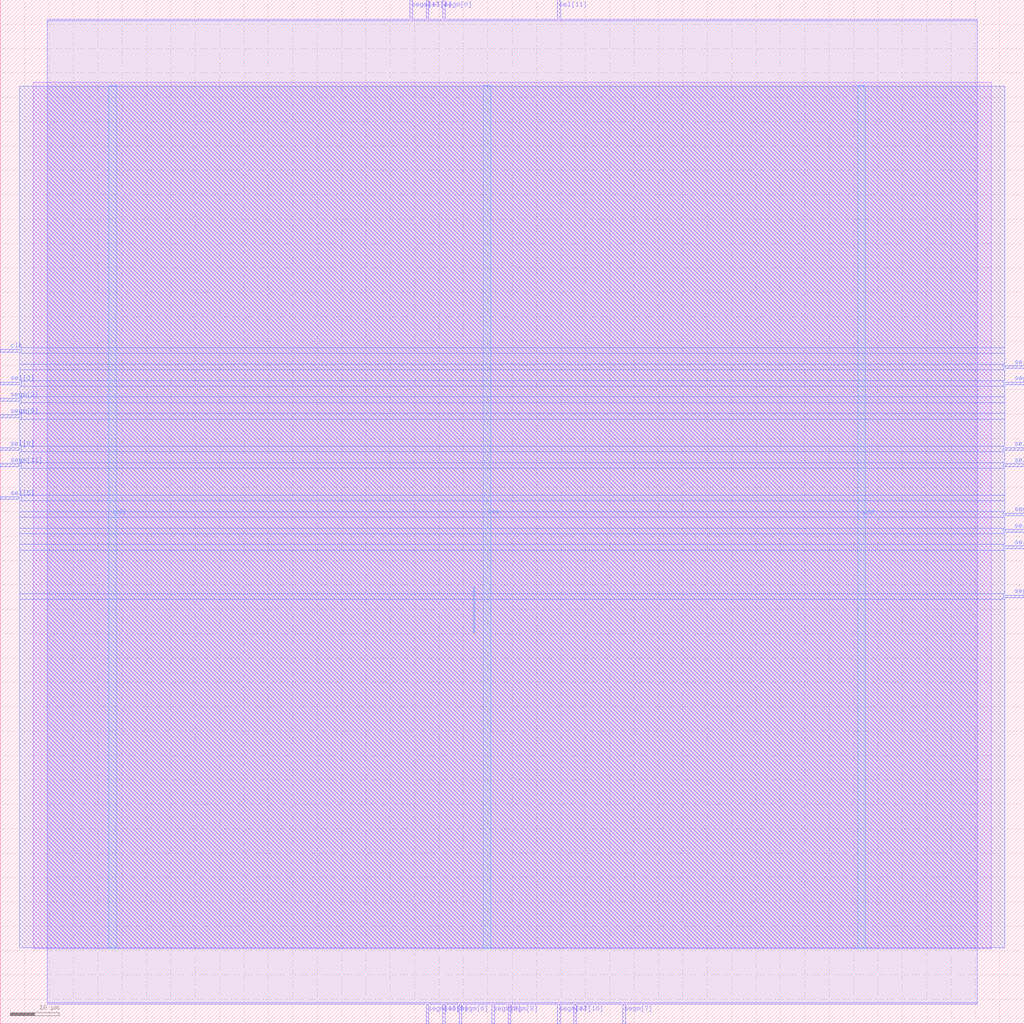
<source format=lef>
VERSION 5.7 ;
  NOWIREEXTENSIONATPIN ON ;
  DIVIDERCHAR "/" ;
  BUSBITCHARS "[]" ;
MACRO ita55
  CLASS BLOCK ;
  FOREIGN ita55 ;
  ORIGIN 0.000 0.000 ;
  SIZE 210.000 BY 210.000 ;
  PIN clk
    DIRECTION INPUT ;
    USE SIGNAL ;
    ANTENNAGATEAREA 4.738000 ;
    ANTENNADIFFAREA 0.410400 ;
    PORT
      LAYER Metal3 ;
        RECT 0.000 137.760 4.000 138.320 ;
    END
  END clk
  PIN segm[0]
    DIRECTION OUTPUT TRISTATE ;
    USE SIGNAL ;
    ANTENNADIFFAREA 0.360800 ;
    PORT
      LAYER Metal2 ;
        RECT 90.720 206.000 91.280 210.000 ;
    END
  END segm[0]
  PIN segm[10]
    DIRECTION OUTPUT TRISTATE ;
    USE SIGNAL ;
    ANTENNADIFFAREA 4.731200 ;
    PORT
      LAYER Metal2 ;
        RECT 87.360 0.000 87.920 4.000 ;
    END
  END segm[10]
  PIN segm[11]
    DIRECTION OUTPUT TRISTATE ;
    USE SIGNAL ;
    ANTENNADIFFAREA 4.731200 ;
    PORT
      LAYER Metal3 ;
        RECT 0.000 114.240 4.000 114.800 ;
    END
  END segm[11]
  PIN segm[12]
    DIRECTION OUTPUT TRISTATE ;
    USE SIGNAL ;
    ANTENNADIFFAREA 4.731200 ;
    PORT
      LAYER Metal2 ;
        RECT 114.240 0.000 114.800 4.000 ;
    END
  END segm[12]
  PIN segm[13]
    DIRECTION OUTPUT TRISTATE ;
    USE SIGNAL ;
    ANTENNADIFFAREA 4.731200 ;
    PORT
      LAYER Metal2 ;
        RECT 84.000 206.000 84.560 210.000 ;
    END
  END segm[13]
  PIN segm[1]
    DIRECTION OUTPUT TRISTATE ;
    USE SIGNAL ;
    ANTENNADIFFAREA 4.731200 ;
    PORT
      LAYER Metal3 ;
        RECT 206.000 104.160 210.000 104.720 ;
    END
  END segm[1]
  PIN segm[2]
    DIRECTION OUTPUT TRISTATE ;
    USE SIGNAL ;
    ANTENNADIFFAREA 4.731200 ;
    PORT
      LAYER Metal3 ;
        RECT 206.000 131.040 210.000 131.600 ;
    END
  END segm[2]
  PIN segm[3]
    DIRECTION OUTPUT TRISTATE ;
    USE SIGNAL ;
    ANTENNADIFFAREA 4.731200 ;
    PORT
      LAYER Metal3 ;
        RECT 0.000 127.680 4.000 128.240 ;
    END
  END segm[3]
  PIN segm[4]
    DIRECTION OUTPUT TRISTATE ;
    USE SIGNAL ;
    ANTENNADIFFAREA 4.731200 ;
    PORT
      LAYER Metal3 ;
        RECT 206.000 87.360 210.000 87.920 ;
    END
  END segm[4]
  PIN segm[5]
    DIRECTION OUTPUT TRISTATE ;
    USE SIGNAL ;
    ANTENNADIFFAREA 4.731200 ;
    PORT
      LAYER Metal3 ;
        RECT 0.000 124.320 4.000 124.880 ;
    END
  END segm[5]
  PIN segm[6]
    DIRECTION OUTPUT TRISTATE ;
    USE SIGNAL ;
    ANTENNADIFFAREA 4.731200 ;
    PORT
      LAYER Metal2 ;
        RECT 94.080 0.000 94.640 4.000 ;
    END
  END segm[6]
  PIN segm[7]
    DIRECTION OUTPUT TRISTATE ;
    USE SIGNAL ;
    ANTENNADIFFAREA 4.731200 ;
    PORT
      LAYER Metal2 ;
        RECT 127.680 0.000 128.240 4.000 ;
    END
  END segm[7]
  PIN segm[8]
    DIRECTION OUTPUT TRISTATE ;
    USE SIGNAL ;
    ANTENNADIFFAREA 4.731200 ;
    PORT
      LAYER Metal2 ;
        RECT 104.160 0.000 104.720 4.000 ;
    END
  END segm[8]
  PIN segm[9]
    DIRECTION OUTPUT TRISTATE ;
    USE SIGNAL ;
    ANTENNADIFFAREA 4.731200 ;
    PORT
      LAYER Metal2 ;
        RECT 100.800 0.000 101.360 4.000 ;
    END
  END segm[9]
  PIN sel[0]
    DIRECTION OUTPUT TRISTATE ;
    USE SIGNAL ;
    ANTENNADIFFAREA 4.731200 ;
    PORT
      LAYER Metal3 ;
        RECT 0.000 117.600 4.000 118.160 ;
    END
  END sel[0]
  PIN sel[10]
    DIRECTION OUTPUT TRISTATE ;
    USE SIGNAL ;
    ANTENNADIFFAREA 4.731200 ;
    PORT
      LAYER Metal2 ;
        RECT 117.600 0.000 118.160 4.000 ;
    END
  END sel[10]
  PIN sel[11]
    DIRECTION OUTPUT TRISTATE ;
    USE SIGNAL ;
    ANTENNADIFFAREA 4.731200 ;
    PORT
      LAYER Metal2 ;
        RECT 114.240 206.000 114.800 210.000 ;
    END
  END sel[11]
  PIN sel[1]
    DIRECTION OUTPUT TRISTATE ;
    USE SIGNAL ;
    ANTENNADIFFAREA 4.731200 ;
    PORT
      LAYER Metal3 ;
        RECT 206.000 114.240 210.000 114.800 ;
    END
  END sel[1]
  PIN sel[2]
    DIRECTION OUTPUT TRISTATE ;
    USE SIGNAL ;
    ANTENNADIFFAREA 4.731200 ;
    PORT
      LAYER Metal3 ;
        RECT 206.000 97.440 210.000 98.000 ;
    END
  END sel[2]
  PIN sel[3]
    DIRECTION OUTPUT TRISTATE ;
    USE SIGNAL ;
    ANTENNADIFFAREA 4.731200 ;
    PORT
      LAYER Metal3 ;
        RECT 0.000 131.040 4.000 131.600 ;
    END
  END sel[3]
  PIN sel[4]
    DIRECTION OUTPUT TRISTATE ;
    USE SIGNAL ;
    ANTENNADIFFAREA 4.731200 ;
    PORT
      LAYER Metal2 ;
        RECT 87.360 206.000 87.920 210.000 ;
    END
  END sel[4]
  PIN sel[5]
    DIRECTION OUTPUT TRISTATE ;
    USE SIGNAL ;
    ANTENNADIFFAREA 4.731200 ;
    PORT
      LAYER Metal3 ;
        RECT 0.000 107.520 4.000 108.080 ;
    END
  END sel[5]
  PIN sel[6]
    DIRECTION OUTPUT TRISTATE ;
    USE SIGNAL ;
    ANTENNADIFFAREA 4.731200 ;
    PORT
      LAYER Metal3 ;
        RECT 206.000 117.600 210.000 118.160 ;
    END
  END sel[6]
  PIN sel[7]
    DIRECTION OUTPUT TRISTATE ;
    USE SIGNAL ;
    ANTENNADIFFAREA 4.731200 ;
    PORT
      LAYER Metal3 ;
        RECT 206.000 134.400 210.000 134.960 ;
    END
  END sel[7]
  PIN sel[8]
    DIRECTION OUTPUT TRISTATE ;
    USE SIGNAL ;
    ANTENNADIFFAREA 4.731200 ;
    PORT
      LAYER Metal3 ;
        RECT 206.000 100.800 210.000 101.360 ;
    END
  END sel[8]
  PIN sel[9]
    DIRECTION OUTPUT TRISTATE ;
    USE SIGNAL ;
    ANTENNADIFFAREA 4.731200 ;
    PORT
      LAYER Metal2 ;
        RECT 90.720 0.000 91.280 4.000 ;
    END
  END sel[9]
  PIN vdd
    DIRECTION INOUT ;
    USE POWER ;
    PORT
      LAYER Metal4 ;
        RECT 22.240 15.380 23.840 192.380 ;
    END
    PORT
      LAYER Metal4 ;
        RECT 175.840 15.380 177.440 192.380 ;
    END
  END vdd
  PIN vss
    DIRECTION INOUT ;
    USE GROUND ;
    PORT
      LAYER Metal4 ;
        RECT 99.040 15.380 100.640 192.380 ;
    END
  END vss
  OBS
      LAYER Metal1 ;
        RECT 6.720 15.380 203.280 193.050 ;
      LAYER Metal2 ;
        RECT 9.660 205.700 83.700 206.000 ;
        RECT 84.860 205.700 87.060 206.000 ;
        RECT 88.220 205.700 90.420 206.000 ;
        RECT 91.580 205.700 113.940 206.000 ;
        RECT 115.100 205.700 200.340 206.000 ;
        RECT 9.660 4.300 200.340 205.700 ;
        RECT 9.660 4.000 87.060 4.300 ;
        RECT 88.220 4.000 90.420 4.300 ;
        RECT 91.580 4.000 93.780 4.300 ;
        RECT 94.940 4.000 100.500 4.300 ;
        RECT 101.660 4.000 103.860 4.300 ;
        RECT 105.020 4.000 113.940 4.300 ;
        RECT 115.100 4.000 117.300 4.300 ;
        RECT 118.460 4.000 127.380 4.300 ;
        RECT 128.540 4.000 200.340 4.300 ;
      LAYER Metal3 ;
        RECT 4.000 138.620 206.000 192.220 ;
        RECT 4.300 137.460 206.000 138.620 ;
        RECT 4.000 135.260 206.000 137.460 ;
        RECT 4.000 134.100 205.700 135.260 ;
        RECT 4.000 131.900 206.000 134.100 ;
        RECT 4.300 130.740 205.700 131.900 ;
        RECT 4.000 128.540 206.000 130.740 ;
        RECT 4.300 127.380 206.000 128.540 ;
        RECT 4.000 125.180 206.000 127.380 ;
        RECT 4.300 124.020 206.000 125.180 ;
        RECT 4.000 118.460 206.000 124.020 ;
        RECT 4.300 117.300 205.700 118.460 ;
        RECT 4.000 115.100 206.000 117.300 ;
        RECT 4.300 113.940 205.700 115.100 ;
        RECT 4.000 108.380 206.000 113.940 ;
        RECT 4.300 107.220 206.000 108.380 ;
        RECT 4.000 105.020 206.000 107.220 ;
        RECT 4.000 103.860 205.700 105.020 ;
        RECT 4.000 101.660 206.000 103.860 ;
        RECT 4.000 100.500 205.700 101.660 ;
        RECT 4.000 98.300 206.000 100.500 ;
        RECT 4.000 97.140 205.700 98.300 ;
        RECT 4.000 88.220 206.000 97.140 ;
        RECT 4.000 87.060 205.700 88.220 ;
        RECT 4.000 15.540 206.000 87.060 ;
      LAYER Metal4 ;
        RECT 97.020 80.170 97.300 89.510 ;
  END
END ita55
END LIBRARY


</source>
